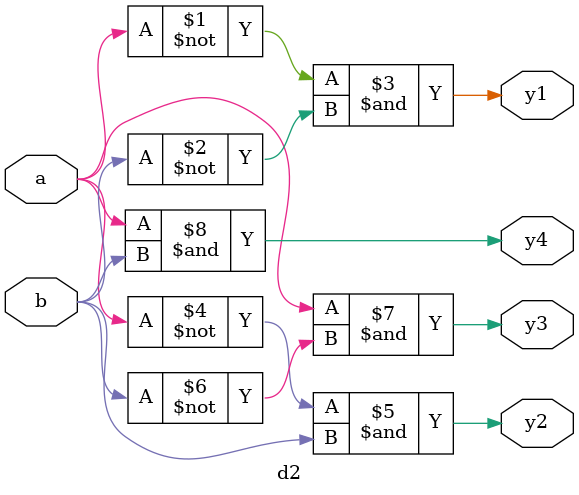
<source format=v>
`timescale 1ns / 1ps
module d2(a,b,y1,y2,y3,y4);
input a,b;
output y1,y2,y3,y4;
assign y1=~a&~b;
assign y2=~a&b;
assign y3=a&~b;
assign y4=a&b;
endmodule
/*
structural style of code
module decorder2(a,b,y1,y2,y3,y4);
input a,b;
output y1,y2,y3,y4;
not n1(w1,a);
not n2(w2,b);
and a1(y1,w1,w2);
and a2(y3,a,w2);
and a3(y4,a,b);
endmodule
*/
/*
behavioural style of coding
module decoder2(a,b,en,dout);
input a,b,en;
output[3:0]dout;
always@(a,b,en)
begin
if(en==0)
dout=4'bzzzz;
else
case({a,b})
2'b00:dout=4'b0001;
2'b01:dout=4'b0010;
2'b10:dout=4'b0100;
2'b11:dout=4'b1000;
endcase
end
endmodule
*/
</source>
